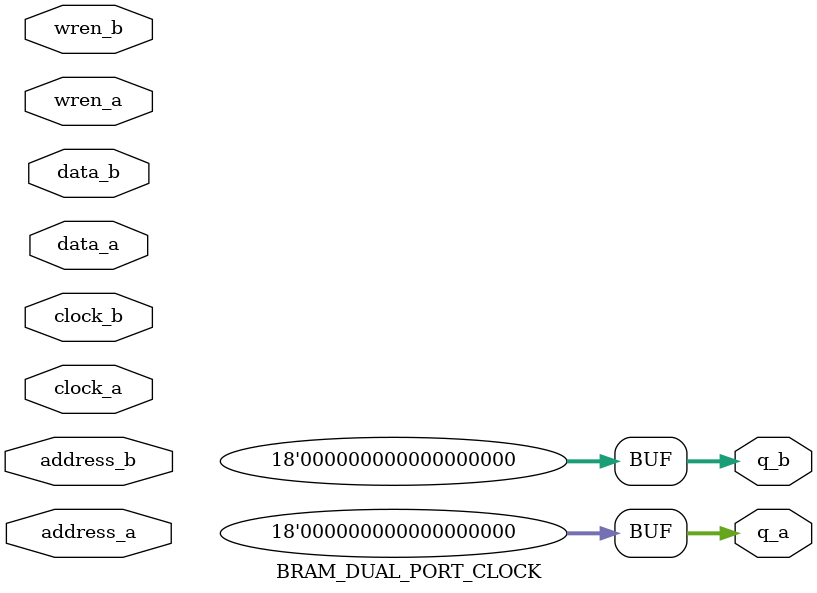
<source format=v>
module BRAM_DUAL_PORT_CLOCK(	// file.cleaned.mlir:2:3
  input  [11:0] address_a,	// file.cleaned.mlir:2:38
                address_b,	// file.cleaned.mlir:2:59
  input         clock_a,	// file.cleaned.mlir:2:80
                clock_b,	// file.cleaned.mlir:2:98
  input  [17:0] data_a,	// file.cleaned.mlir:2:116
                data_b,	// file.cleaned.mlir:2:134
  input         wren_a,	// file.cleaned.mlir:2:152
                wren_b,	// file.cleaned.mlir:2:169
  output [17:0] q_a,	// file.cleaned.mlir:2:187
                q_b	// file.cleaned.mlir:2:202
);

  assign q_a = 18'h0;	// file.cleaned.mlir:3:15, :4:5
  assign q_b = 18'h0;	// file.cleaned.mlir:3:15, :4:5
endmodule


</source>
